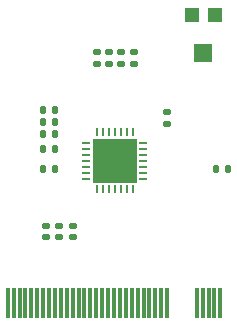
<source format=gbr>
%TF.GenerationSoftware,KiCad,Pcbnew,8.0.4*%
%TF.CreationDate,2024-09-25T00:08:57+05:30*%
%TF.ProjectId,NYSM.2_TMC2209_Stepper_driver,4e59534d-2e32-45f5-944d-43323230395f,rev?*%
%TF.SameCoordinates,Original*%
%TF.FileFunction,Paste,Bot*%
%TF.FilePolarity,Positive*%
%FSLAX46Y46*%
G04 Gerber Fmt 4.6, Leading zero omitted, Abs format (unit mm)*
G04 Created by KiCad (PCBNEW 8.0.4) date 2024-09-25 00:08:57*
%MOMM*%
%LPD*%
G01*
G04 APERTURE LIST*
G04 Aperture macros list*
%AMRoundRect*
0 Rectangle with rounded corners*
0 $1 Rounding radius*
0 $2 $3 $4 $5 $6 $7 $8 $9 X,Y pos of 4 corners*
0 Add a 4 corners polygon primitive as box body*
4,1,4,$2,$3,$4,$5,$6,$7,$8,$9,$2,$3,0*
0 Add four circle primitives for the rounded corners*
1,1,$1+$1,$2,$3*
1,1,$1+$1,$4,$5*
1,1,$1+$1,$6,$7*
1,1,$1+$1,$8,$9*
0 Add four rect primitives between the rounded corners*
20,1,$1+$1,$2,$3,$4,$5,0*
20,1,$1+$1,$4,$5,$6,$7,0*
20,1,$1+$1,$6,$7,$8,$9,0*
20,1,$1+$1,$8,$9,$2,$3,0*%
G04 Aperture macros list end*
%ADD10C,0.000000*%
%ADD11R,0.757199X0.254800*%
%ADD12R,0.254800X0.757199*%
%ADD13R,3.750000X3.750000*%
%ADD14R,0.350000X2.500000*%
%ADD15RoundRect,0.135000X-0.135000X-0.185000X0.135000X-0.185000X0.135000X0.185000X-0.135000X0.185000X0*%
%ADD16RoundRect,0.140000X-0.170000X0.140000X-0.170000X-0.140000X0.170000X-0.140000X0.170000X0.140000X0*%
%ADD17RoundRect,0.140000X0.140000X0.170000X-0.140000X0.170000X-0.140000X-0.170000X0.140000X-0.170000X0*%
%ADD18RoundRect,0.135000X0.185000X-0.135000X0.185000X0.135000X-0.185000X0.135000X-0.185000X-0.135000X0*%
%ADD19RoundRect,0.135000X-0.185000X0.135000X-0.185000X-0.135000X0.185000X-0.135000X0.185000X0.135000X0*%
%ADD20RoundRect,0.135000X0.135000X0.185000X-0.135000X0.185000X-0.135000X-0.185000X0.135000X-0.185000X0*%
%ADD21R,1.200000X1.200000*%
%ADD22R,1.600000X1.500000*%
G04 APERTURE END LIST*
D10*
%TO.C,U1*%
G36*
X144110900Y-119381600D02*
G01*
X143040900Y-119381600D01*
X143040900Y-118311600D01*
X144110900Y-118311600D01*
X144110900Y-119381600D01*
G37*
G36*
X144110900Y-118111600D02*
G01*
X143040900Y-118111600D01*
X143040900Y-117041600D01*
X144110900Y-117041600D01*
X144110900Y-118111600D01*
G37*
G36*
X144110900Y-116841600D02*
G01*
X143040900Y-116841600D01*
X143040900Y-115771600D01*
X144110900Y-115771600D01*
X144110900Y-116841600D01*
G37*
G36*
X145380900Y-119381600D02*
G01*
X144310900Y-119381600D01*
X144310900Y-118311600D01*
X145380900Y-118311600D01*
X145380900Y-119381600D01*
G37*
G36*
X145380900Y-118111600D02*
G01*
X144310900Y-118111600D01*
X144310900Y-117041600D01*
X145380900Y-117041600D01*
X145380900Y-118111600D01*
G37*
G36*
X145380900Y-116841600D02*
G01*
X144310900Y-116841600D01*
X144310900Y-115771600D01*
X145380900Y-115771600D01*
X145380900Y-116841600D01*
G37*
G36*
X146650900Y-119381600D02*
G01*
X145580900Y-119381600D01*
X145580900Y-118311600D01*
X146650900Y-118311600D01*
X146650900Y-119381600D01*
G37*
G36*
X146650900Y-118111600D02*
G01*
X145580900Y-118111600D01*
X145580900Y-117041600D01*
X146650900Y-117041600D01*
X146650900Y-118111600D01*
G37*
G36*
X146650900Y-116841600D02*
G01*
X145580900Y-116841600D01*
X145580900Y-115771600D01*
X146650900Y-115771600D01*
X146650900Y-116841600D01*
G37*
%TD*%
D11*
%TO.C,U1*%
X142422600Y-119076600D03*
X142422600Y-118576601D03*
X142422600Y-118076599D03*
X142422600Y-117576600D03*
X142422600Y-117076601D03*
X142422600Y-116576599D03*
X142422600Y-116076600D03*
D12*
X143345900Y-115153300D03*
X143845899Y-115153300D03*
X144345901Y-115153300D03*
X144845900Y-115153300D03*
X145345899Y-115153300D03*
X145845901Y-115153300D03*
X146345900Y-115153300D03*
D11*
X147269200Y-116076600D03*
X147269200Y-116576599D03*
X147269200Y-117076601D03*
X147269200Y-117576600D03*
X147269200Y-118076599D03*
X147269200Y-118576601D03*
X147269200Y-119076600D03*
D12*
X146345900Y-119999900D03*
X145845901Y-119999900D03*
X145345899Y-119999900D03*
X144845900Y-119999900D03*
X144345901Y-119999900D03*
X143845899Y-119999900D03*
X143345900Y-119999900D03*
D13*
X144845900Y-117576600D03*
%TD*%
D14*
%TO.C,U2*%
X153780000Y-129650000D03*
X153280000Y-129650000D03*
X152780000Y-129650000D03*
X152280000Y-129650000D03*
X151780000Y-129650000D03*
X149280000Y-129650000D03*
X148780000Y-129650000D03*
X148280000Y-129650000D03*
X147780000Y-129650000D03*
X147280000Y-129650000D03*
X146780000Y-129650000D03*
X146280000Y-129650000D03*
X145780000Y-129650000D03*
X145280000Y-129650000D03*
X144780000Y-129650000D03*
X144280000Y-129650000D03*
X143780000Y-129650000D03*
X143280000Y-129650000D03*
X142780000Y-129650000D03*
X142280000Y-129650000D03*
X141780000Y-129650000D03*
X141280000Y-129650000D03*
X140780000Y-129650000D03*
X140280000Y-129650000D03*
X139780000Y-129650000D03*
X139280000Y-129650000D03*
X138780000Y-129650000D03*
X138280000Y-129650000D03*
X137780000Y-129650000D03*
X137280000Y-129650000D03*
X136780000Y-129650000D03*
X136280000Y-129650000D03*
X135780000Y-129650000D03*
%TD*%
D15*
%TO.C,R9*%
X138751400Y-113279200D03*
X139771400Y-113279200D03*
%TD*%
D16*
%TO.C,C9*%
X140161400Y-123069200D03*
X140161400Y-124029200D03*
%TD*%
D17*
%TO.C,C1*%
X139741400Y-116609200D03*
X138781400Y-116609200D03*
%TD*%
D18*
%TO.C,R6*%
X144351400Y-109369200D03*
X144351400Y-108349200D03*
%TD*%
D16*
%TO.C,C10*%
X139041400Y-123059200D03*
X139041400Y-124019200D03*
%TD*%
D15*
%TO.C,R1*%
X138751400Y-118299200D03*
X139771400Y-118299200D03*
%TD*%
D19*
%TO.C,R2*%
X145391400Y-108339200D03*
X145391400Y-109359200D03*
%TD*%
D20*
%TO.C,R8*%
X139751400Y-114289200D03*
X138731400Y-114289200D03*
%TD*%
D19*
%TO.C,R3*%
X146501400Y-108349200D03*
X146501400Y-109369200D03*
%TD*%
D16*
%TO.C,C8*%
X141291400Y-123069200D03*
X141291400Y-124029200D03*
%TD*%
D20*
%TO.C,R7*%
X154461400Y-118229200D03*
X153441400Y-118229200D03*
%TD*%
D16*
%TO.C,C7*%
X143311400Y-108399200D03*
X143311400Y-109359200D03*
%TD*%
D17*
%TO.C,C2*%
X139751400Y-115319200D03*
X138791400Y-115319200D03*
%TD*%
D16*
%TO.C,C6*%
X149241400Y-113469200D03*
X149241400Y-114429200D03*
%TD*%
D21*
%TO.C,RV1*%
X153341400Y-105199200D03*
D22*
X152341400Y-108449200D03*
D21*
X151341400Y-105199200D03*
%TD*%
M02*

</source>
